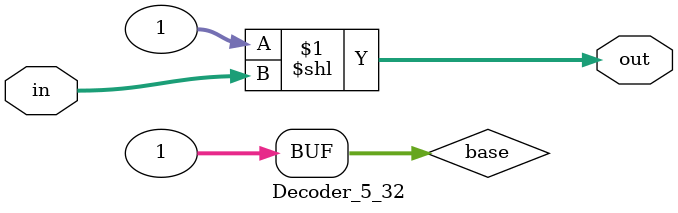
<source format=v>
module Decoder_5_32(
    input [4:0] in,
    output [31:0] out
);
    reg [31:0] base = 32'h00000001;
    assign out = base<<in;

endmodule
</source>
